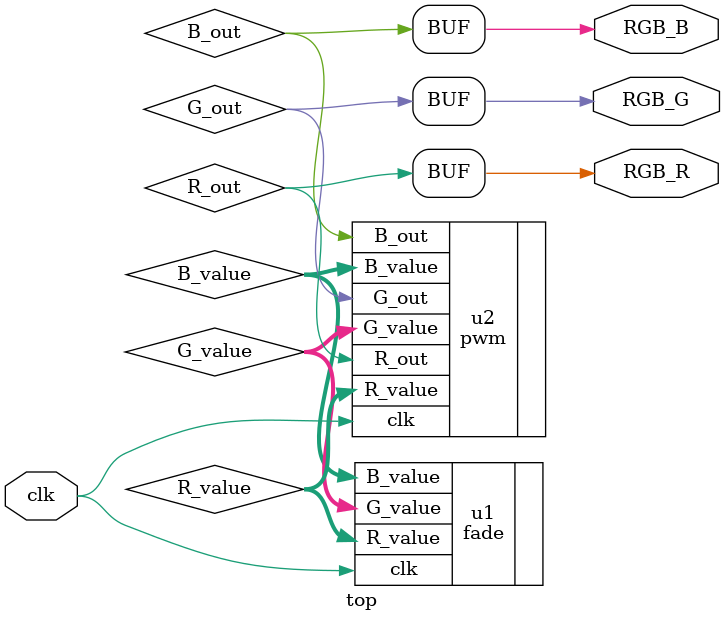
<source format=sv>
`include "fade.sv"
`include "pwm.sv"


module top #(
    parameter PWM_INTERVAL = 1200       // CLK frequency is 12MHz, so 1,200 cycles is 100us
)(
    input logic     clk, 
    output logic    RGB_R,
    output logic    RGB_G,
    output logic    RGB_B
);

    logic [$clog2(PWM_INTERVAL) - 1:0] R_value;
    logic [$clog2(PWM_INTERVAL) - 1:0] G_value;
    logic [$clog2(PWM_INTERVAL) - 1:0] B_value;
    logic R_out;
    logic G_out;
    logic B_out;

    fade #(
        .PWM_INTERVAL   (PWM_INTERVAL)
    ) u1 (
        .clk            (clk), 
        .R_value      (R_value),
        .G_value      (G_value),
        .B_value      (B_value)
    );

    pwm #(
        .PWM_INTERVAL   (PWM_INTERVAL)
    ) u2 (
        .clk            (clk), 
        .R_value      (R_value),
        .G_value      (G_value),
        .B_value      (B_value), 
        .R_out        (R_out),
        .G_out        (G_out),
        .B_out        (B_out)
    );

    assign RGB_R = R_out;
    assign RGB_G = G_out;
    assign RGB_B = B_out;

endmodule

</source>
